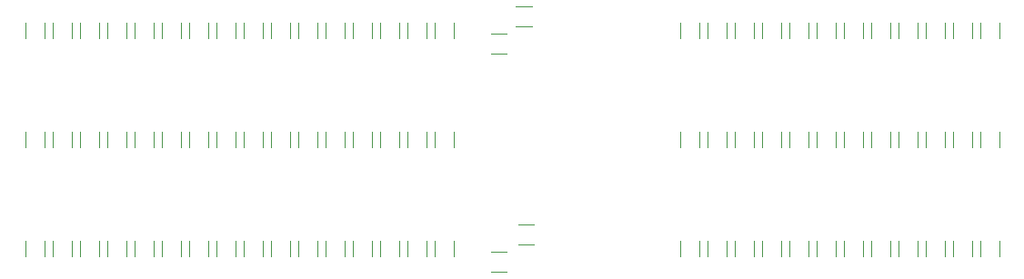
<source format=gbr>
%TF.GenerationSoftware,KiCad,Pcbnew,7.0.5*%
%TF.CreationDate,2024-12-02T20:38:50-05:00*%
%TF.ProjectId,stepper_motor_controller_2,73746570-7065-4725-9f6d-6f746f725f63,rev?*%
%TF.SameCoordinates,Original*%
%TF.FileFunction,Legend,Bot*%
%TF.FilePolarity,Positive*%
%FSLAX46Y46*%
G04 Gerber Fmt 4.6, Leading zero omitted, Abs format (unit mm)*
G04 Created by KiCad (PCBNEW 7.0.5) date 2024-12-02 20:38:50*
%MOMM*%
%LPD*%
G01*
G04 APERTURE LIST*
%ADD10C,0.120000*%
G04 APERTURE END LIST*
D10*
%TO.C,R42*%
X145140000Y-59727064D02*
X145140000Y-58272936D01*
X146960000Y-59727064D02*
X146960000Y-58272936D01*
%TO.C,R27*%
X207920000Y-68432936D02*
X207920000Y-69887064D01*
X206100000Y-68432936D02*
X206100000Y-69887064D01*
%TO.C,R75*%
X221340000Y-59727064D02*
X221340000Y-58272936D01*
X223160000Y-59727064D02*
X223160000Y-58272936D01*
%TO.C,R44*%
X159660000Y-68432936D02*
X159660000Y-69887064D01*
X157840000Y-68432936D02*
X157840000Y-69887064D01*
%TO.C,R43*%
X167280000Y-68432936D02*
X167280000Y-69887064D01*
X165460000Y-68432936D02*
X165460000Y-69887064D01*
%TO.C,R3*%
X146960000Y-68432936D02*
X146960000Y-69887064D01*
X145140000Y-68432936D02*
X145140000Y-69887064D01*
%TO.C,R88*%
X213720000Y-80047064D02*
X213720000Y-78592936D01*
X215540000Y-80047064D02*
X215540000Y-78592936D01*
%TO.C,R39*%
X150220000Y-59727064D02*
X150220000Y-58272936D01*
X152040000Y-59727064D02*
X152040000Y-58272936D01*
%TO.C,R81*%
X198480000Y-59727064D02*
X198480000Y-58272936D01*
X200300000Y-59727064D02*
X200300000Y-58272936D01*
%TO.C,R12*%
X152040000Y-68432936D02*
X152040000Y-69887064D01*
X150220000Y-68432936D02*
X150220000Y-69887064D01*
%TO.C,R62*%
X173080000Y-80047064D02*
X173080000Y-78592936D01*
X174900000Y-80047064D02*
X174900000Y-78592936D01*
%TO.C,R10*%
X162920000Y-59727064D02*
X162920000Y-58272936D01*
X164740000Y-59727064D02*
X164740000Y-58272936D01*
%TO.C,R22*%
X206100000Y-80047064D02*
X206100000Y-78592936D01*
X207920000Y-80047064D02*
X207920000Y-78592936D01*
%TO.C,R20*%
X216260000Y-59727064D02*
X216260000Y-58272936D01*
X218080000Y-59727064D02*
X218080000Y-58272936D01*
%TO.C,R1*%
X147680000Y-59727064D02*
X147680000Y-58272936D01*
X149500000Y-59727064D02*
X149500000Y-58272936D01*
%TO.C,R72*%
X141880000Y-68432936D02*
X141880000Y-69887064D01*
X140060000Y-68432936D02*
X140060000Y-69887064D01*
%TO.C,R9*%
X160380000Y-59727064D02*
X160380000Y-58272936D01*
X162200000Y-59727064D02*
X162200000Y-58272936D01*
%TO.C,R61*%
X170540000Y-80047064D02*
X170540000Y-78592936D01*
X172360000Y-80047064D02*
X172360000Y-78592936D01*
%TO.C,R18*%
X182337064Y-61180000D02*
X180882936Y-61180000D01*
X182337064Y-59360000D02*
X180882936Y-59360000D01*
%TO.C,R85*%
X221340000Y-80047064D02*
X221340000Y-78592936D01*
X223160000Y-80047064D02*
X223160000Y-78592936D01*
%TO.C,R28*%
X200300000Y-68432936D02*
X200300000Y-69887064D01*
X198480000Y-68432936D02*
X198480000Y-69887064D01*
%TO.C,R77*%
X205380000Y-68432936D02*
X205380000Y-69887064D01*
X203560000Y-68432936D02*
X203560000Y-69887064D01*
%TO.C,R54*%
X165460000Y-59727064D02*
X165460000Y-58272936D01*
X167280000Y-59727064D02*
X167280000Y-58272936D01*
%TO.C,R17*%
X184684564Y-58640000D02*
X183230436Y-58640000D01*
X184684564Y-56820000D02*
X183230436Y-56820000D01*
%TO.C,R31*%
X215540000Y-68432936D02*
X215540000Y-69887064D01*
X213720000Y-68432936D02*
X213720000Y-69887064D01*
%TO.C,R70*%
X155300000Y-80047064D02*
X155300000Y-78592936D01*
X157120000Y-80047064D02*
X157120000Y-78592936D01*
%TO.C,R59*%
X174900000Y-68432936D02*
X174900000Y-69887064D01*
X173080000Y-68432936D02*
X173080000Y-69887064D01*
%TO.C,R47*%
X177440000Y-68432936D02*
X177440000Y-69887064D01*
X175620000Y-68432936D02*
X175620000Y-69887064D01*
%TO.C,R58*%
X162200000Y-68432936D02*
X162200000Y-69887064D01*
X160380000Y-68432936D02*
X160380000Y-69887064D01*
%TO.C,R79*%
X218080000Y-68432936D02*
X218080000Y-69887064D01*
X216260000Y-68432936D02*
X216260000Y-69887064D01*
%TO.C,R57*%
X164740000Y-68432936D02*
X164740000Y-69887064D01*
X162920000Y-68432936D02*
X162920000Y-69887064D01*
%TO.C,R51*%
X184877064Y-78960000D02*
X183422936Y-78960000D01*
X184877064Y-77140000D02*
X183422936Y-77140000D01*
%TO.C,R36*%
X203560000Y-59727064D02*
X203560000Y-58272936D01*
X205380000Y-59727064D02*
X205380000Y-58272936D01*
%TO.C,R6*%
X142600000Y-59727064D02*
X142600000Y-58272936D01*
X144420000Y-59727064D02*
X144420000Y-58272936D01*
%TO.C,R21*%
X198480000Y-80047064D02*
X198480000Y-78592936D01*
X200300000Y-80047064D02*
X200300000Y-78592936D01*
%TO.C,R14*%
X175620000Y-59727064D02*
X175620000Y-58272936D01*
X177440000Y-59727064D02*
X177440000Y-58272936D01*
%TO.C,R69*%
X147680000Y-80047064D02*
X147680000Y-78592936D01*
X149500000Y-80047064D02*
X149500000Y-78592936D01*
%TO.C,R24*%
X226420000Y-59727064D02*
X226420000Y-58272936D01*
X228240000Y-59727064D02*
X228240000Y-58272936D01*
%TO.C,R73*%
X211180000Y-59727064D02*
X211180000Y-58272936D01*
X213000000Y-59727064D02*
X213000000Y-58272936D01*
%TO.C,R8*%
X152760000Y-80047064D02*
X152760000Y-78592936D01*
X154580000Y-80047064D02*
X154580000Y-78592936D01*
%TO.C,R23*%
X218800000Y-59727064D02*
X218800000Y-58272936D01*
X220620000Y-59727064D02*
X220620000Y-58272936D01*
%TO.C,R56*%
X173080000Y-59727064D02*
X173080000Y-58272936D01*
X174900000Y-59727064D02*
X174900000Y-58272936D01*
%TO.C,R63*%
X160380000Y-80047064D02*
X160380000Y-78592936D01*
X162200000Y-80047064D02*
X162200000Y-78592936D01*
%TO.C,R82*%
X206100000Y-59727064D02*
X206100000Y-58272936D01*
X207920000Y-59727064D02*
X207920000Y-58272936D01*
%TO.C,R66*%
X145140000Y-80047064D02*
X145140000Y-78592936D01*
X146960000Y-80047064D02*
X146960000Y-78592936D01*
%TO.C,R32*%
X210460000Y-68432936D02*
X210460000Y-69887064D01*
X208640000Y-68432936D02*
X208640000Y-69887064D01*
%TO.C,R80*%
X213000000Y-68432936D02*
X213000000Y-69887064D01*
X211180000Y-68432936D02*
X211180000Y-69887064D01*
%TO.C,R5*%
X140060000Y-59727064D02*
X140060000Y-58272936D01*
X141880000Y-59727064D02*
X141880000Y-58272936D01*
%TO.C,R53*%
X157840000Y-59727064D02*
X157840000Y-58272936D01*
X159660000Y-59727064D02*
X159660000Y-58272936D01*
%TO.C,R7*%
X150220000Y-80047064D02*
X150220000Y-78592936D01*
X152040000Y-80047064D02*
X152040000Y-78592936D01*
%TO.C,R74*%
X213720000Y-59727064D02*
X213720000Y-58272936D01*
X215540000Y-59727064D02*
X215540000Y-58272936D01*
%TO.C,R30*%
X226420000Y-80047064D02*
X226420000Y-78592936D01*
X228240000Y-80047064D02*
X228240000Y-78592936D01*
%TO.C,R29*%
X218800000Y-80047064D02*
X218800000Y-78592936D01*
X220620000Y-80047064D02*
X220620000Y-78592936D01*
%TO.C,R50*%
X175620000Y-80047064D02*
X175620000Y-78592936D01*
X177440000Y-80047064D02*
X177440000Y-78592936D01*
%TO.C,R67*%
X157120000Y-68432936D02*
X157120000Y-69887064D01*
X155300000Y-68432936D02*
X155300000Y-69887064D01*
%TO.C,R13*%
X170540000Y-59727064D02*
X170540000Y-58272936D01*
X172360000Y-59727064D02*
X172360000Y-58272936D01*
%TO.C,R16*%
X142600000Y-80047064D02*
X142600000Y-78592936D01*
X144420000Y-80047064D02*
X144420000Y-78592936D01*
%TO.C,R60*%
X172360000Y-68432936D02*
X172360000Y-69887064D01*
X170540000Y-68432936D02*
X170540000Y-69887064D01*
%TO.C,R89*%
X201020000Y-80047064D02*
X201020000Y-78592936D01*
X202840000Y-80047064D02*
X202840000Y-78592936D01*
%TO.C,R87*%
X211180000Y-80047064D02*
X211180000Y-78592936D01*
X213000000Y-80047064D02*
X213000000Y-78592936D01*
%TO.C,R45*%
X157840000Y-80047064D02*
X157840000Y-78592936D01*
X159660000Y-80047064D02*
X159660000Y-78592936D01*
%TO.C,R33*%
X225700000Y-68432936D02*
X225700000Y-69887064D01*
X223880000Y-68432936D02*
X223880000Y-69887064D01*
%TO.C,R40*%
X155300000Y-59727064D02*
X155300000Y-58272936D01*
X157120000Y-59727064D02*
X157120000Y-58272936D01*
%TO.C,R48*%
X169820000Y-68432936D02*
X169820000Y-69887064D01*
X168000000Y-68432936D02*
X168000000Y-69887064D01*
%TO.C,R2*%
X152760000Y-59727064D02*
X152760000Y-58272936D01*
X154580000Y-59727064D02*
X154580000Y-58272936D01*
%TO.C,R25*%
X208640000Y-80047064D02*
X208640000Y-78592936D01*
X210460000Y-80047064D02*
X210460000Y-78592936D01*
%TO.C,R49*%
X168000000Y-80047064D02*
X168000000Y-78592936D01*
X169820000Y-80047064D02*
X169820000Y-78592936D01*
%TO.C,R46*%
X165460000Y-80047064D02*
X165460000Y-78592936D01*
X167280000Y-80047064D02*
X167280000Y-78592936D01*
%TO.C,R65*%
X140060000Y-80047064D02*
X140060000Y-78592936D01*
X141880000Y-80047064D02*
X141880000Y-78592936D01*
%TO.C,R34*%
X220620000Y-68432936D02*
X220620000Y-69887064D01*
X218800000Y-68432936D02*
X218800000Y-69887064D01*
%TO.C,R26*%
X216260000Y-80047064D02*
X216260000Y-78592936D01*
X218080000Y-80047064D02*
X218080000Y-78592936D01*
%TO.C,R68*%
X149500000Y-68432936D02*
X149500000Y-69887064D01*
X147680000Y-68432936D02*
X147680000Y-69887064D01*
%TO.C,R15*%
X137520000Y-80047064D02*
X137520000Y-78592936D01*
X139340000Y-80047064D02*
X139340000Y-78592936D01*
%TO.C,R19*%
X208640000Y-59727064D02*
X208640000Y-58272936D01*
X210460000Y-59727064D02*
X210460000Y-58272936D01*
%TO.C,R52*%
X182337064Y-81500000D02*
X180882936Y-81500000D01*
X182337064Y-79680000D02*
X180882936Y-79680000D01*
%TO.C,R84*%
X223160000Y-68432936D02*
X223160000Y-69887064D01*
X221340000Y-68432936D02*
X221340000Y-69887064D01*
%TO.C,R41*%
X137520000Y-59727064D02*
X137520000Y-58272936D01*
X139340000Y-59727064D02*
X139340000Y-58272936D01*
%TO.C,R83*%
X228240000Y-68432936D02*
X228240000Y-69887064D01*
X226420000Y-68432936D02*
X226420000Y-69887064D01*
%TO.C,R64*%
X162920000Y-80047064D02*
X162920000Y-78592936D01*
X164740000Y-80047064D02*
X164740000Y-78592936D01*
%TO.C,R78*%
X202840000Y-68432936D02*
X202840000Y-69887064D01*
X201020000Y-68432936D02*
X201020000Y-69887064D01*
%TO.C,R86*%
X223880000Y-80047064D02*
X223880000Y-78592936D01*
X225700000Y-80047064D02*
X225700000Y-78592936D01*
%TO.C,R4*%
X139340000Y-68432936D02*
X139340000Y-69887064D01*
X137520000Y-68432936D02*
X137520000Y-69887064D01*
%TO.C,R55*%
X168000000Y-59727064D02*
X168000000Y-58272936D01*
X169820000Y-59727064D02*
X169820000Y-58272936D01*
%TO.C,R76*%
X223880000Y-59727064D02*
X223880000Y-58272936D01*
X225700000Y-59727064D02*
X225700000Y-58272936D01*
%TO.C,R71*%
X144420000Y-68432936D02*
X144420000Y-69887064D01*
X142600000Y-68432936D02*
X142600000Y-69887064D01*
%TO.C,R35*%
X201020000Y-59727064D02*
X201020000Y-58272936D01*
X202840000Y-59727064D02*
X202840000Y-58272936D01*
%TO.C,R90*%
X203560000Y-80047064D02*
X203560000Y-78592936D01*
X205380000Y-80047064D02*
X205380000Y-78592936D01*
%TO.C,R11*%
X154580000Y-68432936D02*
X154580000Y-69887064D01*
X152760000Y-68432936D02*
X152760000Y-69887064D01*
%TD*%
M02*

</source>
